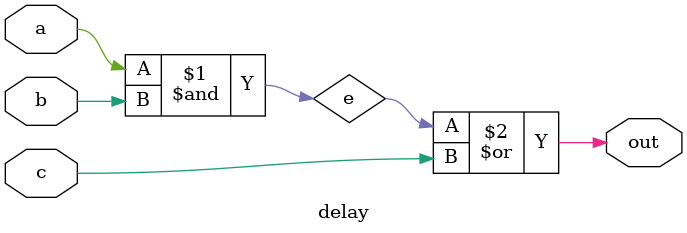
<source format=v>
`timescale 1ns / 1ps


module delay(out,a,b,c);
input a,b,c;
output out;
wire e;

and #5(e,a,b);
or #4(out,e,c);

endmodule
</source>
